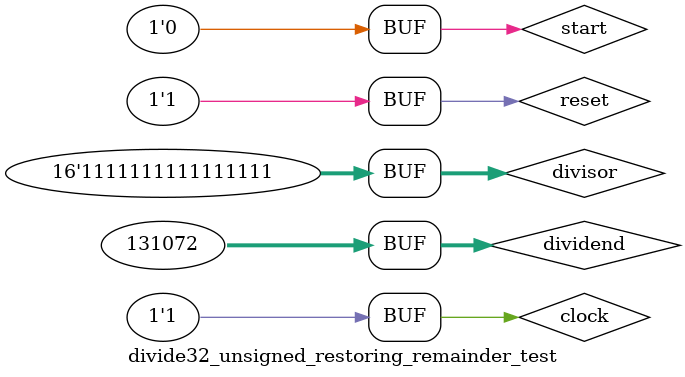
<source format=v>
`include "divide32_unsigned_restoring_remainder.v"

module divide32_unsigned_restoring_remainder_test;
   reg [31:0] dividend;
   reg [15:0] divisor;
   reg 	      start;
   reg 	      clock;
   reg 	      reset;

   wire [31:0] quotient;
   wire [15:0] remainder;
   wire         ready;
   wire         busy;
   wire [4:0] count;

   divide32_unsigned_restoring_remainder d32urr_0(quotient, remainder, ready, busy, count, dividend, divisor, start, clock, reset);

   initial
     begin
	reset = 0; clock = 0; dividend = 32'h0002_0000; divisor = 16'hFFFF; start = 0; // count = 0
	#1 reset = 0; clock = 1; dividend = 32'h0002_0000; divisor = 16'hFFFF; start = 0; // posedge clock, reset == 0, count = 0
	#1 reset = 1; clock = 0; dividend = 32'h0002_0000; divisor = 16'hFFFF; start = 1; // count = 0
	#1 reset = 1; clock = 1; dividend = 32'h0002_0000; divisor = 16'hFFFF; start = 1; // posedge clock, start == 1, count = 0
	#1 reset = 1; clock = 0; dividend = 32'h0002_0000; divisor = 16'hFFFF; start = 0; // count = 0
	#1 reset = 1; clock = 1; dividend = 32'h0002_0000; divisor = 16'hFFFF; start = 0; // count = 1
	#1 reset = 1; clock = 0; dividend = 32'h0002_0000; divisor = 16'hFFFF; start = 0; // count = 1
	#1 reset = 1; clock = 1; dividend = 32'h0002_0000; divisor = 16'hFFFF; start = 0; // count = 2
	#1 reset = 1; clock = 0; dividend = 32'h0002_0000; divisor = 16'hFFFF; start = 0; // count = 2
	#1 reset = 1; clock = 1; dividend = 32'h0002_0000; divisor = 16'hFFFF; start = 0; // count = 3
	#1 reset = 1; clock = 0; dividend = 32'h0002_0000; divisor = 16'hFFFF; start = 0; // count = 3
	#1 reset = 1; clock = 1; dividend = 32'h0002_0000; divisor = 16'hFFFF; start = 0; // count = 4
	#1 reset = 1; clock = 0; dividend = 32'h0002_0000; divisor = 16'hFFFF; start = 0; // count = 4
	#1 reset = 1; clock = 1; dividend = 32'h0002_0000; divisor = 16'hFFFF; start = 0; // count = 5
	#1 reset = 1; clock = 0; dividend = 32'h0002_0000; divisor = 16'hFFFF; start = 0; // count = 5
	#1 reset = 1; clock = 1; dividend = 32'h0002_0000; divisor = 16'hFFFF; start = 0; // count = 6
	#1 reset = 1; clock = 0; dividend = 32'h0002_0000; divisor = 16'hFFFF; start = 0; // count = 6
	#1 reset = 1; clock = 1; dividend = 32'h0002_0000; divisor = 16'hFFFF; start = 0; // count = 7
	#1 reset = 1; clock = 0; dividend = 32'h0002_0000; divisor = 16'hFFFF; start = 0; // count = 7
	#1 reset = 1; clock = 1; dividend = 32'h0002_0000; divisor = 16'hFFFF; start = 0; // count = 8
	#1 reset = 1; clock = 0; dividend = 32'h0002_0000; divisor = 16'hFFFF; start = 0; // count = 8
	#1 reset = 1; clock = 1; dividend = 32'h0002_0000; divisor = 16'hFFFF; start = 0; // count = 9
	#1 reset = 1; clock = 0; dividend = 32'h0002_0000; divisor = 16'hFFFF; start = 0; // count = 9
	#1 reset = 1; clock = 1; dividend = 32'h0002_0000; divisor = 16'hFFFF; start = 0; // count = 0a
	#1 reset = 1; clock = 0; dividend = 32'h0002_0000; divisor = 16'hFFFF; start = 0; // count = 0a
	#1 reset = 1; clock = 1; dividend = 32'h0002_0000; divisor = 16'hFFFF; start = 0; // count = 0b
	#1 reset = 1; clock = 0; dividend = 32'h0002_0000; divisor = 16'hFFFF; start = 0; // count = 0b
	#1 reset = 1; clock = 1; dividend = 32'h0002_0000; divisor = 16'hFFFF; start = 0; // count = 0c
	#1 reset = 1; clock = 0; dividend = 32'h0002_0000; divisor = 16'hFFFF; start = 0; // count = 0c
	#1 reset = 1; clock = 1; dividend = 32'h0002_0000; divisor = 16'hFFFF; start = 0; // count = 0d
	#1 reset = 1; clock = 0; dividend = 32'h0002_0000; divisor = 16'hFFFF; start = 0; // count = 0d
	#1 reset = 1; clock = 1; dividend = 32'h0002_0000; divisor = 16'hFFFF; start = 0; // count = 0e
	#1 reset = 1; clock = 0; dividend = 32'h0002_0000; divisor = 16'hFFFF; start = 0; // count = 0e
	#1 reset = 1; clock = 1; dividend = 32'h0002_0000; divisor = 16'hFFFF; start = 0; // count = 0f
	#1 reset = 1; clock = 0; dividend = 32'h0002_0000; divisor = 16'hFFFF; start = 0; // count = 0f
	#1 reset = 1; clock = 1; dividend = 32'h0002_0000; divisor = 16'hFFFF; start = 0; // count = 10
	#1 reset = 1; clock = 0; dividend = 32'h0002_0000; divisor = 16'hFFFF; start = 0; // count = 10
	#1 reset = 1; clock = 1; dividend = 32'h0002_0000; divisor = 16'hFFFF; start = 0; // count = 11
	#1 reset = 1; clock = 0; dividend = 32'h0002_0000; divisor = 16'hFFFF; start = 0; // count = 11
	#1 reset = 1; clock = 1; dividend = 32'h0002_0000; divisor = 16'hFFFF; start = 0; // count = 12
	#1 reset = 1; clock = 0; dividend = 32'h0002_0000; divisor = 16'hFFFF; start = 0; // count = 12
	#1 reset = 1; clock = 1; dividend = 32'h0002_0000; divisor = 16'hFFFF; start = 0; // count = 13
	#1 reset = 1; clock = 0; dividend = 32'h0002_0000; divisor = 16'hFFFF; start = 0; // count = 13
	#1 reset = 1; clock = 1; dividend = 32'h0002_0000; divisor = 16'hFFFF; start = 0; // count = 14
	#1 reset = 1; clock = 0; dividend = 32'h0002_0000; divisor = 16'hFFFF; start = 0; // count = 14
	#1 reset = 1; clock = 1; dividend = 32'h0002_0000; divisor = 16'hFFFF; start = 0; // count = 15
	#1 reset = 1; clock = 0; dividend = 32'h0002_0000; divisor = 16'hFFFF; start = 0; // count = 15
	#1 reset = 1; clock = 1; dividend = 32'h0002_0000; divisor = 16'hFFFF; start = 0; // count = 16
	#1 reset = 1; clock = 0; dividend = 32'h0002_0000; divisor = 16'hFFFF; start = 0; // count = 16
	#1 reset = 1; clock = 1; dividend = 32'h0002_0000; divisor = 16'hFFFF; start = 0; // count = 17
	#1 reset = 1; clock = 0; dividend = 32'h0002_0000; divisor = 16'hFFFF; start = 0; // count = 17
	#1 reset = 1; clock = 1; dividend = 32'h0002_0000; divisor = 16'hFFFF; start = 0; // count = 18
	#1 reset = 1; clock = 0; dividend = 32'h0002_0000; divisor = 16'hFFFF; start = 0; // count = 18
	#1 reset = 1; clock = 1; dividend = 32'h0002_0000; divisor = 16'hFFFF; start = 0; // count = 19
	#1 reset = 1; clock = 0; dividend = 32'h0002_0000; divisor = 16'hFFFF; start = 0; // count = 19
	#1 reset = 1; clock = 1; dividend = 32'h0002_0000; divisor = 16'hFFFF; start = 0; // count = 1a
	#1 reset = 1; clock = 0; dividend = 32'h0002_0000; divisor = 16'hFFFF; start = 0; // count = 1a
	#1 reset = 1; clock = 1; dividend = 32'h0002_0000; divisor = 16'hFFFF; start = 0; // count = 1b
	#1 reset = 1; clock = 0; dividend = 32'h0002_0000; divisor = 16'hFFFF; start = 0; // count = 1b
	#1 reset = 1; clock = 1; dividend = 32'h0002_0000; divisor = 16'hFFFF; start = 0; // count = 1c
	#1 reset = 1; clock = 0; dividend = 32'h0002_0000; divisor = 16'hFFFF; start = 0; // count = 1c
	#1 reset = 1; clock = 1; dividend = 32'h0002_0000; divisor = 16'hFFFF; start = 0; // count = 1d
	#1 reset = 1; clock = 0; dividend = 32'h0002_0000; divisor = 16'hFFFF; start = 0; // count = 1d
	#1 reset = 1; clock = 1; dividend = 32'h0002_0000; divisor = 16'hFFFF; start = 0; // count = 1e
	#1 reset = 1; clock = 0; dividend = 32'h0002_0000; divisor = 16'hFFFF; start = 0; // count = 1e
	#1 reset = 1; clock = 1; dividend = 32'h0002_0000; divisor = 16'hFFFF; start = 0; // count = 1f
	#1 reset = 1; clock = 0; dividend = 32'h0002_0000; divisor = 16'hFFFF; start = 0; // count = 1f
	#1 reset = 1; clock = 1; dividend = 32'h0002_0000; divisor = 16'hFFFF; start = 0; // count = 20
	#1 reset = 1; clock = 0; dividend = 32'h0002_0000; divisor = 16'hFFFF; start = 0; // count = 20
	#1 reset = 1; clock = 1; dividend = 32'h0002_0000; divisor = 16'hFFFF; start = 0; // count = 21
	#1 reset = 1; clock = 0; dividend = 32'h0002_0000; divisor = 16'hFFFF; start = 0; // count = 21
	#1 reset = 1; clock = 1; dividend = 32'h0002_0000; divisor = 16'hFFFF; start = 0; // count = 22
     end

   initial
     begin
	$monitor($time, "\tclock=%b", clock, "\treset=%b", reset, "\tstart=%b", start, "\tdividend=%h", dividend, "\tdivisor=%h", divisor, "\tbusy=%b", busy, "\tcount=%h", count, "\tready=%b", ready, "\tquotient=%h", quotient, "\tremainder=%h", remainder);
	$dumpfile("divide32_unsigned_restoring_remainder_test.vcd");
	$dumpvars;
     end
   
endmodule // divide32_unsigned_restoring_remainder_test

</source>
